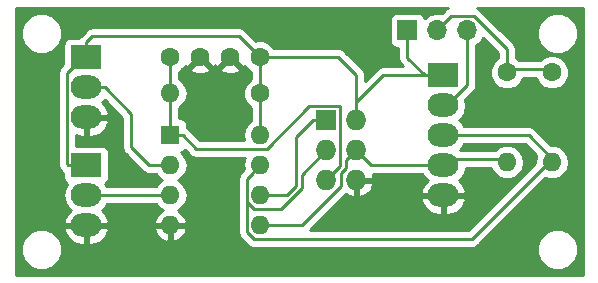
<source format=gbr>
G04 #@! TF.GenerationSoftware,KiCad,Pcbnew,(5.0.0)*
G04 #@! TF.CreationDate,2018-09-26T11:49:41+02:00*
G04 #@! TF.ProjectId,TinyADC,54696E794144432E6B696361645F7063,rev?*
G04 #@! TF.SameCoordinates,Original*
G04 #@! TF.FileFunction,Copper,L1,Top,Signal*
G04 #@! TF.FilePolarity,Positive*
%FSLAX46Y46*%
G04 Gerber Fmt 4.6, Leading zero omitted, Abs format (unit mm)*
G04 Created by KiCad (PCBNEW (5.0.0)) date 09/26/18 11:49:41*
%MOMM*%
%LPD*%
G01*
G04 APERTURE LIST*
G04 #@! TA.AperFunction,ComponentPad*
%ADD10R,1.727200X1.727200*%
G04 #@! TD*
G04 #@! TA.AperFunction,ComponentPad*
%ADD11O,1.727200X1.727200*%
G04 #@! TD*
G04 #@! TA.AperFunction,ComponentPad*
%ADD12C,1.600000*%
G04 #@! TD*
G04 #@! TA.AperFunction,ComponentPad*
%ADD13R,2.600000X2.000000*%
G04 #@! TD*
G04 #@! TA.AperFunction,ComponentPad*
%ADD14O,2.600000X2.000000*%
G04 #@! TD*
G04 #@! TA.AperFunction,ComponentPad*
%ADD15O,1.600000X1.600000*%
G04 #@! TD*
G04 #@! TA.AperFunction,ComponentPad*
%ADD16R,1.600000X1.600000*%
G04 #@! TD*
G04 #@! TA.AperFunction,ComponentPad*
%ADD17R,1.700000X1.700000*%
G04 #@! TD*
G04 #@! TA.AperFunction,ComponentPad*
%ADD18O,1.700000X1.700000*%
G04 #@! TD*
G04 #@! TA.AperFunction,Conductor*
%ADD19C,0.250000*%
G04 #@! TD*
G04 #@! TA.AperFunction,Conductor*
%ADD20C,0.254000*%
G04 #@! TD*
G04 APERTURE END LIST*
D10*
G04 #@! TO.P,J5,1*
G04 #@! TO.N,/MISO*
X143256000Y-108712000D03*
D11*
G04 #@! TO.P,J5,2*
G04 #@! TO.N,VCC*
X145796000Y-108712000D03*
G04 #@! TO.P,J5,3*
G04 #@! TO.N,/SCL*
X143256000Y-111252000D03*
G04 #@! TO.P,J5,4*
G04 #@! TO.N,/SDA*
X145796000Y-111252000D03*
G04 #@! TO.P,J5,5*
G04 #@! TO.N,/RESET*
X143256000Y-113792000D03*
G04 #@! TO.P,J5,6*
G04 #@! TO.N,GND*
X145796000Y-113792000D03*
G04 #@! TD*
D12*
G04 #@! TO.P,C1,1*
G04 #@! TO.N,VCC*
X137628000Y-103378000D03*
G04 #@! TO.P,C1,2*
G04 #@! TO.N,GND*
X135128000Y-103378000D03*
G04 #@! TD*
G04 #@! TO.P,C2,2*
G04 #@! TO.N,GND*
X132548000Y-103378000D03*
G04 #@! TO.P,C2,1*
G04 #@! TO.N,/RESET*
X130048000Y-103378000D03*
G04 #@! TD*
D13*
G04 #@! TO.P,J2,1*
G04 #@! TO.N,VCC*
X153162000Y-104902000D03*
D14*
G04 #@! TO.P,J2,2*
G04 #@! TO.N,+3V3*
X153162000Y-107442000D03*
G04 #@! TO.P,J2,3*
G04 #@! TO.N,/SCL*
X153162000Y-109982000D03*
G04 #@! TO.P,J2,4*
G04 #@! TO.N,/SDA*
X153162000Y-112522000D03*
G04 #@! TO.P,J2,5*
G04 #@! TO.N,GND*
X153162000Y-115062000D03*
G04 #@! TD*
D13*
G04 #@! TO.P,J3,1*
G04 #@! TO.N,VCC*
X122936000Y-112522000D03*
D14*
G04 #@! TO.P,J3,2*
G04 #@! TO.N,/ADC2*
X122936000Y-115062000D03*
G04 #@! TO.P,J3,3*
G04 #@! TO.N,GND*
X122936000Y-117602000D03*
G04 #@! TD*
G04 #@! TO.P,J4,3*
G04 #@! TO.N,GND*
X122936000Y-108458000D03*
G04 #@! TO.P,J4,2*
G04 #@! TO.N,/ADC3*
X122936000Y-105918000D03*
D13*
G04 #@! TO.P,J4,1*
G04 #@! TO.N,VCC*
X122936000Y-103378000D03*
G04 #@! TD*
D15*
G04 #@! TO.P,R1,2*
G04 #@! TO.N,/SCL*
X162366672Y-112268000D03*
D12*
G04 #@! TO.P,R1,1*
G04 #@! TO.N,Net-(J1-Pad2)*
X162366672Y-104648000D03*
G04 #@! TD*
G04 #@! TO.P,R2,1*
G04 #@! TO.N,Net-(J1-Pad2)*
X158556672Y-104648000D03*
D15*
G04 #@! TO.P,R2,2*
G04 #@! TO.N,/SDA*
X158556672Y-112268000D03*
G04 #@! TD*
D12*
G04 #@! TO.P,R3,1*
G04 #@! TO.N,VCC*
X137668000Y-106426000D03*
D15*
G04 #@! TO.P,R3,2*
G04 #@! TO.N,/RESET*
X130048000Y-106426000D03*
G04 #@! TD*
D16*
G04 #@! TO.P,U1,1*
G04 #@! TO.N,/RESET*
X130048000Y-109982000D03*
D15*
G04 #@! TO.P,U1,5*
G04 #@! TO.N,/SDA*
X137668000Y-117602000D03*
G04 #@! TO.P,U1,2*
G04 #@! TO.N,/ADC3*
X130048000Y-112522000D03*
G04 #@! TO.P,U1,6*
G04 #@! TO.N,/MISO*
X137668000Y-115062000D03*
G04 #@! TO.P,U1,3*
G04 #@! TO.N,/ADC2*
X130048000Y-115062000D03*
G04 #@! TO.P,U1,7*
G04 #@! TO.N,/SCL*
X137668000Y-112522000D03*
G04 #@! TO.P,U1,4*
G04 #@! TO.N,GND*
X130048000Y-117602000D03*
G04 #@! TO.P,U1,8*
G04 #@! TO.N,VCC*
X137668000Y-109982000D03*
G04 #@! TD*
D17*
G04 #@! TO.P,J1,1*
G04 #@! TO.N,VCC*
X150114000Y-101092000D03*
D18*
G04 #@! TO.P,J1,2*
G04 #@! TO.N,Net-(J1-Pad2)*
X152654000Y-101092000D03*
G04 #@! TO.P,J1,3*
G04 #@! TO.N,+3V3*
X155194000Y-101092000D03*
G04 #@! TD*
D19*
G04 #@! TO.N,VCC*
X137668000Y-109982000D02*
X137668000Y-106426000D01*
X137628000Y-106386000D02*
X137668000Y-106426000D01*
X137628000Y-103378000D02*
X137628000Y-106386000D01*
X145796000Y-108712000D02*
X145796000Y-104902000D01*
X144272000Y-103378000D02*
X137628000Y-103378000D01*
X145796000Y-104902000D02*
X144272000Y-103378000D01*
X122936000Y-102128000D02*
X123464000Y-101600000D01*
X122936000Y-103378000D02*
X122936000Y-102128000D01*
X135850000Y-101600000D02*
X137628000Y-103378000D01*
X123464000Y-101600000D02*
X135850000Y-101600000D01*
X122636000Y-103378000D02*
X122936000Y-103378000D01*
X121310990Y-104703010D02*
X122636000Y-103378000D01*
X121310990Y-112446990D02*
X121310990Y-104703010D01*
X121386000Y-112522000D02*
X121310990Y-112446990D01*
X122936000Y-112522000D02*
X121386000Y-112522000D01*
X150114000Y-102192000D02*
X150114000Y-101092000D01*
X150114000Y-103404000D02*
X150114000Y-102192000D01*
X151612000Y-104902000D02*
X150114000Y-103404000D01*
X153162000Y-104902000D02*
X151612000Y-104902000D01*
X145796000Y-108712000D02*
X145796000Y-107188000D01*
X148082000Y-104902000D02*
X153162000Y-104902000D01*
X145796000Y-107188000D02*
X148082000Y-104902000D01*
G04 #@! TO.N,/RESET*
X130048000Y-103378000D02*
X130048000Y-106426000D01*
X130048000Y-109982000D02*
X130048000Y-106426000D01*
X131098000Y-109982000D02*
X130048000Y-109982000D01*
X132223001Y-111107001D02*
X131098000Y-109982000D01*
X138208001Y-111107001D02*
X132223001Y-111107001D01*
X141791603Y-107523399D02*
X138208001Y-111107001D01*
X144379601Y-107523399D02*
X141791603Y-107523399D01*
X144444601Y-107588399D02*
X144379601Y-107523399D01*
X144444601Y-112603399D02*
X144444601Y-107588399D01*
X143256000Y-113792000D02*
X144444601Y-112603399D01*
G04 #@! TO.N,Net-(J1-Pad2)*
X158556672Y-103212667D02*
X158556672Y-104344037D01*
X158556672Y-102715670D02*
X158556672Y-103212667D01*
X155758001Y-99916999D02*
X158556672Y-102715670D01*
X153829001Y-99916999D02*
X155758001Y-99916999D01*
X152654000Y-101092000D02*
X153829001Y-99916999D01*
X159688042Y-104344037D02*
X162366672Y-104344037D01*
X158556672Y-104344037D02*
X159688042Y-104344037D01*
G04 #@! TO.N,+3V3*
X155194000Y-102294081D02*
X155194000Y-101092000D01*
X155194000Y-105710000D02*
X155194000Y-102294081D01*
X153462000Y-107442000D02*
X155194000Y-105710000D01*
X153162000Y-107442000D02*
X153462000Y-107442000D01*
G04 #@! TO.N,/SCL*
X136542999Y-115602001D02*
X136542999Y-113647001D01*
X137127999Y-116187001D02*
X136542999Y-115602001D01*
X139465409Y-116187001D02*
X137127999Y-116187001D01*
X141166009Y-114486401D02*
X139465409Y-116187001D01*
X141166010Y-113341990D02*
X141166009Y-114486401D01*
X143256000Y-111252000D02*
X141166010Y-113341990D01*
X136868001Y-113321999D02*
X137668000Y-112522000D01*
X136542999Y-113647001D02*
X136868001Y-113321999D01*
X136542999Y-118142001D02*
X136542999Y-113647001D01*
X137127999Y-118727001D02*
X136542999Y-118142001D01*
X162366672Y-111964037D02*
X155603708Y-118727001D01*
X155603708Y-118727001D02*
X137127999Y-118727001D01*
X160384635Y-109982000D02*
X162366672Y-111964037D01*
X153162000Y-109982000D02*
X160384635Y-109982000D01*
G04 #@! TO.N,/SDA*
X137668000Y-117602000D02*
X138799370Y-117602000D01*
X144932401Y-112115599D02*
X145796000Y-111252000D01*
X144932401Y-112752009D02*
X144932401Y-112115599D01*
X144526000Y-113158410D02*
X144932401Y-112752009D01*
X144526000Y-114281130D02*
X144526000Y-113158410D01*
X141205130Y-117602000D02*
X144526000Y-114281130D01*
X137668000Y-117602000D02*
X141205130Y-117602000D01*
X147066000Y-112522000D02*
X153162000Y-112522000D01*
X145796000Y-111252000D02*
X147066000Y-112522000D01*
X153719963Y-111964037D02*
X153162000Y-112522000D01*
X158556672Y-111964037D02*
X153719963Y-111964037D01*
G04 #@! TO.N,/ADC2*
X124486000Y-115062000D02*
X130048000Y-115062000D01*
X122936000Y-115062000D02*
X124486000Y-115062000D01*
G04 #@! TO.N,/ADC3*
X128270000Y-112522000D02*
X130048000Y-112522000D01*
X126746000Y-110998000D02*
X128270000Y-112522000D01*
X126746000Y-108178000D02*
X126746000Y-110998000D01*
X122936000Y-105918000D02*
X124486000Y-105918000D01*
X124486000Y-105918000D02*
X126746000Y-108178000D01*
G04 #@! TO.N,/MISO*
X142142400Y-108712000D02*
X140716000Y-110138400D01*
X143256000Y-108712000D02*
X142142400Y-108712000D01*
X140716000Y-110138400D02*
X140716000Y-114300000D01*
X139954000Y-115062000D02*
X137668000Y-115062000D01*
X140716000Y-114300000D02*
X139954000Y-115062000D01*
G04 #@! TD*
D20*
G04 #@! TO.N,GND*
G36*
X153532464Y-99201095D02*
X153532462Y-99201096D01*
X153532463Y-99201096D01*
X153344527Y-99326670D01*
X153344525Y-99326672D01*
X153281072Y-99369070D01*
X153238674Y-99432523D01*
X153020407Y-99650791D01*
X152800256Y-99607000D01*
X152507744Y-99607000D01*
X152074582Y-99693161D01*
X151583375Y-100021375D01*
X151571184Y-100039619D01*
X151562157Y-99994235D01*
X151421809Y-99784191D01*
X151211765Y-99643843D01*
X150964000Y-99594560D01*
X149264000Y-99594560D01*
X149016235Y-99643843D01*
X148806191Y-99784191D01*
X148665843Y-99994235D01*
X148616560Y-100242000D01*
X148616560Y-101942000D01*
X148665843Y-102189765D01*
X148806191Y-102399809D01*
X149016235Y-102540157D01*
X149264000Y-102589440D01*
X149354001Y-102589440D01*
X149354000Y-103329153D01*
X149339112Y-103404000D01*
X149354000Y-103478847D01*
X149354000Y-103478851D01*
X149398096Y-103700536D01*
X149566071Y-103951929D01*
X149629530Y-103994331D01*
X149777199Y-104142000D01*
X148156846Y-104142000D01*
X148081999Y-104127112D01*
X148007152Y-104142000D01*
X148007148Y-104142000D01*
X147785463Y-104186096D01*
X147534071Y-104354071D01*
X147491672Y-104417526D01*
X146556000Y-105353198D01*
X146556000Y-104976846D01*
X146570888Y-104901999D01*
X146556000Y-104827152D01*
X146556000Y-104827148D01*
X146511904Y-104605463D01*
X146470102Y-104542902D01*
X146386329Y-104417526D01*
X146386327Y-104417524D01*
X146343929Y-104354071D01*
X146280476Y-104311673D01*
X144862331Y-102893530D01*
X144819929Y-102830071D01*
X144568537Y-102662096D01*
X144346852Y-102618000D01*
X144346847Y-102618000D01*
X144272000Y-102603112D01*
X144197153Y-102618000D01*
X138866430Y-102618000D01*
X138844534Y-102565138D01*
X138440862Y-102161466D01*
X137913439Y-101943000D01*
X137342561Y-101943000D01*
X137289698Y-101964897D01*
X136440331Y-101115530D01*
X136397929Y-101052071D01*
X136146537Y-100884096D01*
X135924852Y-100840000D01*
X135924847Y-100840000D01*
X135850000Y-100825112D01*
X135775153Y-100840000D01*
X123538848Y-100840000D01*
X123464000Y-100825112D01*
X123389152Y-100840000D01*
X123389148Y-100840000D01*
X123215605Y-100874520D01*
X123167462Y-100884096D01*
X122992673Y-101000887D01*
X122916071Y-101052071D01*
X122873671Y-101115528D01*
X122451528Y-101537671D01*
X122388072Y-101580071D01*
X122345672Y-101643527D01*
X122345671Y-101643528D01*
X122287518Y-101730560D01*
X121636000Y-101730560D01*
X121388235Y-101779843D01*
X121178191Y-101920191D01*
X121037843Y-102130235D01*
X120988560Y-102378000D01*
X120988560Y-103950639D01*
X120826518Y-104112681D01*
X120763062Y-104155081D01*
X120720662Y-104218537D01*
X120720661Y-104218538D01*
X120595087Y-104406473D01*
X120536102Y-104703010D01*
X120550991Y-104777862D01*
X120550990Y-112372143D01*
X120536102Y-112446990D01*
X120550990Y-112521837D01*
X120550990Y-112521841D01*
X120595086Y-112743526D01*
X120763061Y-112994919D01*
X120808026Y-113024964D01*
X120838071Y-113069929D01*
X120988560Y-113170483D01*
X120988560Y-113522000D01*
X121037843Y-113769765D01*
X121178191Y-113979809D01*
X121326489Y-114078900D01*
X121095864Y-114424055D01*
X120968969Y-115062000D01*
X121095864Y-115699945D01*
X121457231Y-116240769D01*
X121623629Y-116351952D01*
X121390078Y-116535683D01*
X121076856Y-117093645D01*
X121045876Y-117221566D01*
X121165223Y-117475000D01*
X122809000Y-117475000D01*
X122809000Y-117455000D01*
X123063000Y-117455000D01*
X123063000Y-117475000D01*
X124706777Y-117475000D01*
X124826124Y-117221566D01*
X124795144Y-117093645D01*
X124481922Y-116535683D01*
X124248371Y-116351952D01*
X124414769Y-116240769D01*
X124694581Y-115822000D01*
X128829957Y-115822000D01*
X129013423Y-116096577D01*
X129397108Y-116352947D01*
X129192866Y-116449611D01*
X128816959Y-116864577D01*
X128656096Y-117252961D01*
X128778085Y-117475000D01*
X129921000Y-117475000D01*
X129921000Y-117455000D01*
X130175000Y-117455000D01*
X130175000Y-117475000D01*
X131317915Y-117475000D01*
X131439904Y-117252961D01*
X131279041Y-116864577D01*
X130903134Y-116449611D01*
X130698892Y-116352947D01*
X131082577Y-116096577D01*
X131399740Y-115621909D01*
X131511113Y-115062000D01*
X131399740Y-114502091D01*
X131082577Y-114027423D01*
X130730242Y-113792000D01*
X131082577Y-113556577D01*
X131399740Y-113081909D01*
X131511113Y-112522000D01*
X131399740Y-111962091D01*
X131082577Y-111487423D01*
X130961894Y-111406785D01*
X131095765Y-111380157D01*
X131290942Y-111249743D01*
X131632672Y-111591474D01*
X131675072Y-111654930D01*
X131738528Y-111697330D01*
X131926463Y-111822905D01*
X131954647Y-111828511D01*
X132148149Y-111867001D01*
X132148153Y-111867001D01*
X132223001Y-111881889D01*
X132297849Y-111867001D01*
X136379797Y-111867001D01*
X136316260Y-111962091D01*
X136204887Y-112522000D01*
X136269312Y-112845887D01*
X136058527Y-113056672D01*
X135995071Y-113099072D01*
X135952671Y-113162528D01*
X135952670Y-113162529D01*
X135827096Y-113350464D01*
X135768111Y-113647001D01*
X135783000Y-113721853D01*
X135782999Y-115527154D01*
X135768111Y-115602001D01*
X135782999Y-115676848D01*
X135782999Y-115676852D01*
X135783000Y-115676855D01*
X135782999Y-118067154D01*
X135768111Y-118142001D01*
X135782999Y-118216848D01*
X135782999Y-118216852D01*
X135827095Y-118438537D01*
X135995070Y-118689930D01*
X136058529Y-118732332D01*
X136537670Y-119211474D01*
X136580070Y-119274930D01*
X136831462Y-119442905D01*
X137053147Y-119487001D01*
X137053152Y-119487001D01*
X137127999Y-119501889D01*
X137202846Y-119487001D01*
X155528861Y-119487001D01*
X155603708Y-119501889D01*
X155678555Y-119487001D01*
X155678560Y-119487001D01*
X155900245Y-119442905D01*
X156130748Y-119288887D01*
X161079000Y-119288887D01*
X161079000Y-119979113D01*
X161343138Y-120616799D01*
X161831201Y-121104862D01*
X162468887Y-121369000D01*
X163159113Y-121369000D01*
X163796799Y-121104862D01*
X164284862Y-120616799D01*
X164549000Y-119979113D01*
X164549000Y-119288887D01*
X164284862Y-118651201D01*
X163796799Y-118163138D01*
X163159113Y-117899000D01*
X162468887Y-117899000D01*
X161831201Y-118163138D01*
X161343138Y-118651201D01*
X161079000Y-119288887D01*
X156130748Y-119288887D01*
X156151637Y-119274930D01*
X156194039Y-119211471D01*
X161794180Y-113611332D01*
X161806763Y-113619740D01*
X162225339Y-113703000D01*
X162508005Y-113703000D01*
X162926581Y-113619740D01*
X163401249Y-113302577D01*
X163718412Y-112827909D01*
X163829785Y-112268000D01*
X163718412Y-111708091D01*
X163401249Y-111233423D01*
X162926581Y-110916260D01*
X162508005Y-110833000D01*
X162310437Y-110833000D01*
X160974966Y-109497530D01*
X160932564Y-109434071D01*
X160681172Y-109266096D01*
X160459487Y-109222000D01*
X160459482Y-109222000D01*
X160384635Y-109207112D01*
X160309788Y-109222000D01*
X154920581Y-109222000D01*
X154640769Y-108803231D01*
X154504232Y-108712000D01*
X154640769Y-108620769D01*
X155002136Y-108079945D01*
X155129031Y-107442000D01*
X155030774Y-106948028D01*
X155678473Y-106300329D01*
X155741929Y-106257929D01*
X155909904Y-106006537D01*
X155954000Y-105784852D01*
X155954000Y-105784847D01*
X155968888Y-105710000D01*
X155954000Y-105635153D01*
X155954000Y-102370178D01*
X156264625Y-102162625D01*
X156530666Y-101764466D01*
X157796672Y-103030473D01*
X157796672Y-103409570D01*
X157743810Y-103431466D01*
X157340138Y-103835138D01*
X157121672Y-104362561D01*
X157121672Y-104933439D01*
X157340138Y-105460862D01*
X157743810Y-105864534D01*
X158271233Y-106083000D01*
X158842111Y-106083000D01*
X159369534Y-105864534D01*
X159773206Y-105460862D01*
X159921008Y-105104037D01*
X161002336Y-105104037D01*
X161150138Y-105460862D01*
X161553810Y-105864534D01*
X162081233Y-106083000D01*
X162652111Y-106083000D01*
X163179534Y-105864534D01*
X163583206Y-105460862D01*
X163801672Y-104933439D01*
X163801672Y-104362561D01*
X163583206Y-103835138D01*
X163179534Y-103431466D01*
X162652111Y-103213000D01*
X162081233Y-103213000D01*
X161553810Y-103431466D01*
X161401239Y-103584037D01*
X159522105Y-103584037D01*
X159369534Y-103431466D01*
X159316672Y-103409570D01*
X159316672Y-102790516D01*
X159331560Y-102715669D01*
X159316672Y-102640822D01*
X159316672Y-102640818D01*
X159272576Y-102419133D01*
X159212217Y-102328799D01*
X159147001Y-102231196D01*
X159146999Y-102231194D01*
X159104601Y-102167741D01*
X159041148Y-102125343D01*
X157916692Y-101000887D01*
X161079000Y-101000887D01*
X161079000Y-101691113D01*
X161343138Y-102328799D01*
X161831201Y-102816862D01*
X162468887Y-103081000D01*
X163159113Y-103081000D01*
X163796799Y-102816862D01*
X164284862Y-102328799D01*
X164549000Y-101691113D01*
X164549000Y-101000887D01*
X164284862Y-100363201D01*
X163796799Y-99875138D01*
X163159113Y-99611000D01*
X162468887Y-99611000D01*
X161831201Y-99875138D01*
X161343138Y-100363201D01*
X161079000Y-101000887D01*
X157916692Y-101000887D01*
X156348332Y-99432529D01*
X156305930Y-99369070D01*
X156054538Y-99201095D01*
X155983678Y-99187000D01*
X164973000Y-99187000D01*
X164973000Y-121793000D01*
X116967000Y-121793000D01*
X116967000Y-119288887D01*
X117391000Y-119288887D01*
X117391000Y-119979113D01*
X117655138Y-120616799D01*
X118143201Y-121104862D01*
X118780887Y-121369000D01*
X119471113Y-121369000D01*
X120108799Y-121104862D01*
X120596862Y-120616799D01*
X120861000Y-119979113D01*
X120861000Y-119288887D01*
X120596862Y-118651201D01*
X120108799Y-118163138D01*
X119672541Y-117982434D01*
X121045876Y-117982434D01*
X121076856Y-118110355D01*
X121390078Y-118668317D01*
X121892980Y-119063942D01*
X122509000Y-119237000D01*
X122809000Y-119237000D01*
X122809000Y-117729000D01*
X123063000Y-117729000D01*
X123063000Y-119237000D01*
X123363000Y-119237000D01*
X123979020Y-119063942D01*
X124481922Y-118668317D01*
X124795144Y-118110355D01*
X124826124Y-117982434D01*
X124811340Y-117951039D01*
X128656096Y-117951039D01*
X128816959Y-118339423D01*
X129192866Y-118754389D01*
X129698959Y-118993914D01*
X129921000Y-118872629D01*
X129921000Y-117729000D01*
X130175000Y-117729000D01*
X130175000Y-118872629D01*
X130397041Y-118993914D01*
X130903134Y-118754389D01*
X131279041Y-118339423D01*
X131439904Y-117951039D01*
X131317915Y-117729000D01*
X130175000Y-117729000D01*
X129921000Y-117729000D01*
X128778085Y-117729000D01*
X128656096Y-117951039D01*
X124811340Y-117951039D01*
X124706777Y-117729000D01*
X123063000Y-117729000D01*
X122809000Y-117729000D01*
X121165223Y-117729000D01*
X121045876Y-117982434D01*
X119672541Y-117982434D01*
X119471113Y-117899000D01*
X118780887Y-117899000D01*
X118143201Y-118163138D01*
X117655138Y-118651201D01*
X117391000Y-119288887D01*
X116967000Y-119288887D01*
X116967000Y-101000887D01*
X117391000Y-101000887D01*
X117391000Y-101691113D01*
X117655138Y-102328799D01*
X118143201Y-102816862D01*
X118780887Y-103081000D01*
X119471113Y-103081000D01*
X120108799Y-102816862D01*
X120596862Y-102328799D01*
X120861000Y-101691113D01*
X120861000Y-101000887D01*
X120596862Y-100363201D01*
X120108799Y-99875138D01*
X119471113Y-99611000D01*
X118780887Y-99611000D01*
X118143201Y-99875138D01*
X117655138Y-100363201D01*
X117391000Y-101000887D01*
X116967000Y-101000887D01*
X116967000Y-99187000D01*
X153603324Y-99187000D01*
X153532464Y-99201095D01*
X153532464Y-99201095D01*
G37*
X153532464Y-99201095D02*
X153532462Y-99201096D01*
X153532463Y-99201096D01*
X153344527Y-99326670D01*
X153344525Y-99326672D01*
X153281072Y-99369070D01*
X153238674Y-99432523D01*
X153020407Y-99650791D01*
X152800256Y-99607000D01*
X152507744Y-99607000D01*
X152074582Y-99693161D01*
X151583375Y-100021375D01*
X151571184Y-100039619D01*
X151562157Y-99994235D01*
X151421809Y-99784191D01*
X151211765Y-99643843D01*
X150964000Y-99594560D01*
X149264000Y-99594560D01*
X149016235Y-99643843D01*
X148806191Y-99784191D01*
X148665843Y-99994235D01*
X148616560Y-100242000D01*
X148616560Y-101942000D01*
X148665843Y-102189765D01*
X148806191Y-102399809D01*
X149016235Y-102540157D01*
X149264000Y-102589440D01*
X149354001Y-102589440D01*
X149354000Y-103329153D01*
X149339112Y-103404000D01*
X149354000Y-103478847D01*
X149354000Y-103478851D01*
X149398096Y-103700536D01*
X149566071Y-103951929D01*
X149629530Y-103994331D01*
X149777199Y-104142000D01*
X148156846Y-104142000D01*
X148081999Y-104127112D01*
X148007152Y-104142000D01*
X148007148Y-104142000D01*
X147785463Y-104186096D01*
X147534071Y-104354071D01*
X147491672Y-104417526D01*
X146556000Y-105353198D01*
X146556000Y-104976846D01*
X146570888Y-104901999D01*
X146556000Y-104827152D01*
X146556000Y-104827148D01*
X146511904Y-104605463D01*
X146470102Y-104542902D01*
X146386329Y-104417526D01*
X146386327Y-104417524D01*
X146343929Y-104354071D01*
X146280476Y-104311673D01*
X144862331Y-102893530D01*
X144819929Y-102830071D01*
X144568537Y-102662096D01*
X144346852Y-102618000D01*
X144346847Y-102618000D01*
X144272000Y-102603112D01*
X144197153Y-102618000D01*
X138866430Y-102618000D01*
X138844534Y-102565138D01*
X138440862Y-102161466D01*
X137913439Y-101943000D01*
X137342561Y-101943000D01*
X137289698Y-101964897D01*
X136440331Y-101115530D01*
X136397929Y-101052071D01*
X136146537Y-100884096D01*
X135924852Y-100840000D01*
X135924847Y-100840000D01*
X135850000Y-100825112D01*
X135775153Y-100840000D01*
X123538848Y-100840000D01*
X123464000Y-100825112D01*
X123389152Y-100840000D01*
X123389148Y-100840000D01*
X123215605Y-100874520D01*
X123167462Y-100884096D01*
X122992673Y-101000887D01*
X122916071Y-101052071D01*
X122873671Y-101115528D01*
X122451528Y-101537671D01*
X122388072Y-101580071D01*
X122345672Y-101643527D01*
X122345671Y-101643528D01*
X122287518Y-101730560D01*
X121636000Y-101730560D01*
X121388235Y-101779843D01*
X121178191Y-101920191D01*
X121037843Y-102130235D01*
X120988560Y-102378000D01*
X120988560Y-103950639D01*
X120826518Y-104112681D01*
X120763062Y-104155081D01*
X120720662Y-104218537D01*
X120720661Y-104218538D01*
X120595087Y-104406473D01*
X120536102Y-104703010D01*
X120550991Y-104777862D01*
X120550990Y-112372143D01*
X120536102Y-112446990D01*
X120550990Y-112521837D01*
X120550990Y-112521841D01*
X120595086Y-112743526D01*
X120763061Y-112994919D01*
X120808026Y-113024964D01*
X120838071Y-113069929D01*
X120988560Y-113170483D01*
X120988560Y-113522000D01*
X121037843Y-113769765D01*
X121178191Y-113979809D01*
X121326489Y-114078900D01*
X121095864Y-114424055D01*
X120968969Y-115062000D01*
X121095864Y-115699945D01*
X121457231Y-116240769D01*
X121623629Y-116351952D01*
X121390078Y-116535683D01*
X121076856Y-117093645D01*
X121045876Y-117221566D01*
X121165223Y-117475000D01*
X122809000Y-117475000D01*
X122809000Y-117455000D01*
X123063000Y-117455000D01*
X123063000Y-117475000D01*
X124706777Y-117475000D01*
X124826124Y-117221566D01*
X124795144Y-117093645D01*
X124481922Y-116535683D01*
X124248371Y-116351952D01*
X124414769Y-116240769D01*
X124694581Y-115822000D01*
X128829957Y-115822000D01*
X129013423Y-116096577D01*
X129397108Y-116352947D01*
X129192866Y-116449611D01*
X128816959Y-116864577D01*
X128656096Y-117252961D01*
X128778085Y-117475000D01*
X129921000Y-117475000D01*
X129921000Y-117455000D01*
X130175000Y-117455000D01*
X130175000Y-117475000D01*
X131317915Y-117475000D01*
X131439904Y-117252961D01*
X131279041Y-116864577D01*
X130903134Y-116449611D01*
X130698892Y-116352947D01*
X131082577Y-116096577D01*
X131399740Y-115621909D01*
X131511113Y-115062000D01*
X131399740Y-114502091D01*
X131082577Y-114027423D01*
X130730242Y-113792000D01*
X131082577Y-113556577D01*
X131399740Y-113081909D01*
X131511113Y-112522000D01*
X131399740Y-111962091D01*
X131082577Y-111487423D01*
X130961894Y-111406785D01*
X131095765Y-111380157D01*
X131290942Y-111249743D01*
X131632672Y-111591474D01*
X131675072Y-111654930D01*
X131738528Y-111697330D01*
X131926463Y-111822905D01*
X131954647Y-111828511D01*
X132148149Y-111867001D01*
X132148153Y-111867001D01*
X132223001Y-111881889D01*
X132297849Y-111867001D01*
X136379797Y-111867001D01*
X136316260Y-111962091D01*
X136204887Y-112522000D01*
X136269312Y-112845887D01*
X136058527Y-113056672D01*
X135995071Y-113099072D01*
X135952671Y-113162528D01*
X135952670Y-113162529D01*
X135827096Y-113350464D01*
X135768111Y-113647001D01*
X135783000Y-113721853D01*
X135782999Y-115527154D01*
X135768111Y-115602001D01*
X135782999Y-115676848D01*
X135782999Y-115676852D01*
X135783000Y-115676855D01*
X135782999Y-118067154D01*
X135768111Y-118142001D01*
X135782999Y-118216848D01*
X135782999Y-118216852D01*
X135827095Y-118438537D01*
X135995070Y-118689930D01*
X136058529Y-118732332D01*
X136537670Y-119211474D01*
X136580070Y-119274930D01*
X136831462Y-119442905D01*
X137053147Y-119487001D01*
X137053152Y-119487001D01*
X137127999Y-119501889D01*
X137202846Y-119487001D01*
X155528861Y-119487001D01*
X155603708Y-119501889D01*
X155678555Y-119487001D01*
X155678560Y-119487001D01*
X155900245Y-119442905D01*
X156130748Y-119288887D01*
X161079000Y-119288887D01*
X161079000Y-119979113D01*
X161343138Y-120616799D01*
X161831201Y-121104862D01*
X162468887Y-121369000D01*
X163159113Y-121369000D01*
X163796799Y-121104862D01*
X164284862Y-120616799D01*
X164549000Y-119979113D01*
X164549000Y-119288887D01*
X164284862Y-118651201D01*
X163796799Y-118163138D01*
X163159113Y-117899000D01*
X162468887Y-117899000D01*
X161831201Y-118163138D01*
X161343138Y-118651201D01*
X161079000Y-119288887D01*
X156130748Y-119288887D01*
X156151637Y-119274930D01*
X156194039Y-119211471D01*
X161794180Y-113611332D01*
X161806763Y-113619740D01*
X162225339Y-113703000D01*
X162508005Y-113703000D01*
X162926581Y-113619740D01*
X163401249Y-113302577D01*
X163718412Y-112827909D01*
X163829785Y-112268000D01*
X163718412Y-111708091D01*
X163401249Y-111233423D01*
X162926581Y-110916260D01*
X162508005Y-110833000D01*
X162310437Y-110833000D01*
X160974966Y-109497530D01*
X160932564Y-109434071D01*
X160681172Y-109266096D01*
X160459487Y-109222000D01*
X160459482Y-109222000D01*
X160384635Y-109207112D01*
X160309788Y-109222000D01*
X154920581Y-109222000D01*
X154640769Y-108803231D01*
X154504232Y-108712000D01*
X154640769Y-108620769D01*
X155002136Y-108079945D01*
X155129031Y-107442000D01*
X155030774Y-106948028D01*
X155678473Y-106300329D01*
X155741929Y-106257929D01*
X155909904Y-106006537D01*
X155954000Y-105784852D01*
X155954000Y-105784847D01*
X155968888Y-105710000D01*
X155954000Y-105635153D01*
X155954000Y-102370178D01*
X156264625Y-102162625D01*
X156530666Y-101764466D01*
X157796672Y-103030473D01*
X157796672Y-103409570D01*
X157743810Y-103431466D01*
X157340138Y-103835138D01*
X157121672Y-104362561D01*
X157121672Y-104933439D01*
X157340138Y-105460862D01*
X157743810Y-105864534D01*
X158271233Y-106083000D01*
X158842111Y-106083000D01*
X159369534Y-105864534D01*
X159773206Y-105460862D01*
X159921008Y-105104037D01*
X161002336Y-105104037D01*
X161150138Y-105460862D01*
X161553810Y-105864534D01*
X162081233Y-106083000D01*
X162652111Y-106083000D01*
X163179534Y-105864534D01*
X163583206Y-105460862D01*
X163801672Y-104933439D01*
X163801672Y-104362561D01*
X163583206Y-103835138D01*
X163179534Y-103431466D01*
X162652111Y-103213000D01*
X162081233Y-103213000D01*
X161553810Y-103431466D01*
X161401239Y-103584037D01*
X159522105Y-103584037D01*
X159369534Y-103431466D01*
X159316672Y-103409570D01*
X159316672Y-102790516D01*
X159331560Y-102715669D01*
X159316672Y-102640822D01*
X159316672Y-102640818D01*
X159272576Y-102419133D01*
X159212217Y-102328799D01*
X159147001Y-102231196D01*
X159146999Y-102231194D01*
X159104601Y-102167741D01*
X159041148Y-102125343D01*
X157916692Y-101000887D01*
X161079000Y-101000887D01*
X161079000Y-101691113D01*
X161343138Y-102328799D01*
X161831201Y-102816862D01*
X162468887Y-103081000D01*
X163159113Y-103081000D01*
X163796799Y-102816862D01*
X164284862Y-102328799D01*
X164549000Y-101691113D01*
X164549000Y-101000887D01*
X164284862Y-100363201D01*
X163796799Y-99875138D01*
X163159113Y-99611000D01*
X162468887Y-99611000D01*
X161831201Y-99875138D01*
X161343138Y-100363201D01*
X161079000Y-101000887D01*
X157916692Y-101000887D01*
X156348332Y-99432529D01*
X156305930Y-99369070D01*
X156054538Y-99201095D01*
X155983678Y-99187000D01*
X164973000Y-99187000D01*
X164973000Y-121793000D01*
X116967000Y-121793000D01*
X116967000Y-119288887D01*
X117391000Y-119288887D01*
X117391000Y-119979113D01*
X117655138Y-120616799D01*
X118143201Y-121104862D01*
X118780887Y-121369000D01*
X119471113Y-121369000D01*
X120108799Y-121104862D01*
X120596862Y-120616799D01*
X120861000Y-119979113D01*
X120861000Y-119288887D01*
X120596862Y-118651201D01*
X120108799Y-118163138D01*
X119672541Y-117982434D01*
X121045876Y-117982434D01*
X121076856Y-118110355D01*
X121390078Y-118668317D01*
X121892980Y-119063942D01*
X122509000Y-119237000D01*
X122809000Y-119237000D01*
X122809000Y-117729000D01*
X123063000Y-117729000D01*
X123063000Y-119237000D01*
X123363000Y-119237000D01*
X123979020Y-119063942D01*
X124481922Y-118668317D01*
X124795144Y-118110355D01*
X124826124Y-117982434D01*
X124811340Y-117951039D01*
X128656096Y-117951039D01*
X128816959Y-118339423D01*
X129192866Y-118754389D01*
X129698959Y-118993914D01*
X129921000Y-118872629D01*
X129921000Y-117729000D01*
X130175000Y-117729000D01*
X130175000Y-118872629D01*
X130397041Y-118993914D01*
X130903134Y-118754389D01*
X131279041Y-118339423D01*
X131439904Y-117951039D01*
X131317915Y-117729000D01*
X130175000Y-117729000D01*
X129921000Y-117729000D01*
X128778085Y-117729000D01*
X128656096Y-117951039D01*
X124811340Y-117951039D01*
X124706777Y-117729000D01*
X123063000Y-117729000D01*
X122809000Y-117729000D01*
X121165223Y-117729000D01*
X121045876Y-117982434D01*
X119672541Y-117982434D01*
X119471113Y-117899000D01*
X118780887Y-117899000D01*
X118143201Y-118163138D01*
X117655138Y-118651201D01*
X117391000Y-119288887D01*
X116967000Y-119288887D01*
X116967000Y-101000887D01*
X117391000Y-101000887D01*
X117391000Y-101691113D01*
X117655138Y-102328799D01*
X118143201Y-102816862D01*
X118780887Y-103081000D01*
X119471113Y-103081000D01*
X120108799Y-102816862D01*
X120596862Y-102328799D01*
X120861000Y-101691113D01*
X120861000Y-101000887D01*
X120596862Y-100363201D01*
X120108799Y-99875138D01*
X119471113Y-99611000D01*
X118780887Y-99611000D01*
X118143201Y-99875138D01*
X117655138Y-100363201D01*
X117391000Y-101000887D01*
X116967000Y-101000887D01*
X116967000Y-99187000D01*
X153603324Y-99187000D01*
X153532464Y-99201095D01*
G36*
X161023340Y-111695507D02*
X161014932Y-111708091D01*
X160903559Y-112268000D01*
X160917553Y-112338353D01*
X155288907Y-117967001D01*
X141914930Y-117967001D01*
X144439498Y-115442434D01*
X151271876Y-115442434D01*
X151302856Y-115570355D01*
X151616078Y-116128317D01*
X152118980Y-116523942D01*
X152735000Y-116697000D01*
X153035000Y-116697000D01*
X153035000Y-115189000D01*
X153289000Y-115189000D01*
X153289000Y-116697000D01*
X153589000Y-116697000D01*
X154205020Y-116523942D01*
X154707922Y-116128317D01*
X155021144Y-115570355D01*
X155052124Y-115442434D01*
X154932777Y-115189000D01*
X153289000Y-115189000D01*
X153035000Y-115189000D01*
X151391223Y-115189000D01*
X151271876Y-115442434D01*
X144439498Y-115442434D01*
X144909273Y-114972660D01*
X145021053Y-115074688D01*
X145436974Y-115246958D01*
X145669000Y-115125817D01*
X145669000Y-113919000D01*
X145923000Y-113919000D01*
X145923000Y-115125817D01*
X146155026Y-115246958D01*
X146570947Y-115074688D01*
X147002821Y-114680490D01*
X147250968Y-114151027D01*
X147130469Y-113919000D01*
X145923000Y-113919000D01*
X145669000Y-113919000D01*
X145649000Y-113919000D01*
X145649000Y-113665000D01*
X145669000Y-113665000D01*
X145669000Y-113645000D01*
X145923000Y-113645000D01*
X145923000Y-113665000D01*
X147130469Y-113665000D01*
X147250968Y-113432973D01*
X147180210Y-113282000D01*
X151403419Y-113282000D01*
X151683231Y-113700769D01*
X151849629Y-113811952D01*
X151616078Y-113995683D01*
X151302856Y-114553645D01*
X151271876Y-114681566D01*
X151391223Y-114935000D01*
X153035000Y-114935000D01*
X153035000Y-114915000D01*
X153289000Y-114915000D01*
X153289000Y-114935000D01*
X154932777Y-114935000D01*
X155052124Y-114681566D01*
X155021144Y-114553645D01*
X154707922Y-113995683D01*
X154474371Y-113811952D01*
X154640769Y-113700769D01*
X155002136Y-113159945D01*
X155088843Y-112724037D01*
X157184271Y-112724037D01*
X157204932Y-112827909D01*
X157522095Y-113302577D01*
X157996763Y-113619740D01*
X158415339Y-113703000D01*
X158698005Y-113703000D01*
X159116581Y-113619740D01*
X159591249Y-113302577D01*
X159908412Y-112827909D01*
X160019785Y-112268000D01*
X159908412Y-111708091D01*
X159591249Y-111233423D01*
X159116581Y-110916260D01*
X158698005Y-110833000D01*
X158415339Y-110833000D01*
X157996763Y-110916260D01*
X157566074Y-111204037D01*
X154576014Y-111204037D01*
X154640769Y-111160769D01*
X154920581Y-110742000D01*
X160069834Y-110742000D01*
X161023340Y-111695507D01*
X161023340Y-111695507D01*
G37*
X161023340Y-111695507D02*
X161014932Y-111708091D01*
X160903559Y-112268000D01*
X160917553Y-112338353D01*
X155288907Y-117967001D01*
X141914930Y-117967001D01*
X144439498Y-115442434D01*
X151271876Y-115442434D01*
X151302856Y-115570355D01*
X151616078Y-116128317D01*
X152118980Y-116523942D01*
X152735000Y-116697000D01*
X153035000Y-116697000D01*
X153035000Y-115189000D01*
X153289000Y-115189000D01*
X153289000Y-116697000D01*
X153589000Y-116697000D01*
X154205020Y-116523942D01*
X154707922Y-116128317D01*
X155021144Y-115570355D01*
X155052124Y-115442434D01*
X154932777Y-115189000D01*
X153289000Y-115189000D01*
X153035000Y-115189000D01*
X151391223Y-115189000D01*
X151271876Y-115442434D01*
X144439498Y-115442434D01*
X144909273Y-114972660D01*
X145021053Y-115074688D01*
X145436974Y-115246958D01*
X145669000Y-115125817D01*
X145669000Y-113919000D01*
X145923000Y-113919000D01*
X145923000Y-115125817D01*
X146155026Y-115246958D01*
X146570947Y-115074688D01*
X147002821Y-114680490D01*
X147250968Y-114151027D01*
X147130469Y-113919000D01*
X145923000Y-113919000D01*
X145669000Y-113919000D01*
X145649000Y-113919000D01*
X145649000Y-113665000D01*
X145669000Y-113665000D01*
X145669000Y-113645000D01*
X145923000Y-113645000D01*
X145923000Y-113665000D01*
X147130469Y-113665000D01*
X147250968Y-113432973D01*
X147180210Y-113282000D01*
X151403419Y-113282000D01*
X151683231Y-113700769D01*
X151849629Y-113811952D01*
X151616078Y-113995683D01*
X151302856Y-114553645D01*
X151271876Y-114681566D01*
X151391223Y-114935000D01*
X153035000Y-114935000D01*
X153035000Y-114915000D01*
X153289000Y-114915000D01*
X153289000Y-114935000D01*
X154932777Y-114935000D01*
X155052124Y-114681566D01*
X155021144Y-114553645D01*
X154707922Y-113995683D01*
X154474371Y-113811952D01*
X154640769Y-113700769D01*
X155002136Y-113159945D01*
X155088843Y-112724037D01*
X157184271Y-112724037D01*
X157204932Y-112827909D01*
X157522095Y-113302577D01*
X157996763Y-113619740D01*
X158415339Y-113703000D01*
X158698005Y-113703000D01*
X159116581Y-113619740D01*
X159591249Y-113302577D01*
X159908412Y-112827909D01*
X160019785Y-112268000D01*
X159908412Y-111708091D01*
X159591249Y-111233423D01*
X159116581Y-110916260D01*
X158698005Y-110833000D01*
X158415339Y-110833000D01*
X157996763Y-110916260D01*
X157566074Y-111204037D01*
X154576014Y-111204037D01*
X154640769Y-111160769D01*
X154920581Y-110742000D01*
X160069834Y-110742000D01*
X161023340Y-111695507D01*
G36*
X125986000Y-108492802D02*
X125986001Y-110923148D01*
X125971112Y-110998000D01*
X126030097Y-111294537D01*
X126087307Y-111380157D01*
X126198072Y-111545929D01*
X126261528Y-111588329D01*
X127679673Y-113006476D01*
X127722071Y-113069929D01*
X127785524Y-113112327D01*
X127785526Y-113112329D01*
X127910902Y-113196102D01*
X127973463Y-113237904D01*
X128195148Y-113282000D01*
X128195152Y-113282000D01*
X128269999Y-113296888D01*
X128344846Y-113282000D01*
X128829957Y-113282000D01*
X129013423Y-113556577D01*
X129365758Y-113792000D01*
X129013423Y-114027423D01*
X128829957Y-114302000D01*
X124694581Y-114302000D01*
X124545511Y-114078900D01*
X124693809Y-113979809D01*
X124834157Y-113769765D01*
X124883440Y-113522000D01*
X124883440Y-111522000D01*
X124834157Y-111274235D01*
X124693809Y-111064191D01*
X124483765Y-110923843D01*
X124236000Y-110874560D01*
X122070990Y-110874560D01*
X122070990Y-109969950D01*
X122509000Y-110093000D01*
X122809000Y-110093000D01*
X122809000Y-108585000D01*
X123063000Y-108585000D01*
X123063000Y-110093000D01*
X123363000Y-110093000D01*
X123979020Y-109919942D01*
X124481922Y-109524317D01*
X124795144Y-108966355D01*
X124826124Y-108838434D01*
X124706777Y-108585000D01*
X123063000Y-108585000D01*
X122809000Y-108585000D01*
X122789000Y-108585000D01*
X122789000Y-108331000D01*
X122809000Y-108331000D01*
X122809000Y-108311000D01*
X123063000Y-108311000D01*
X123063000Y-108331000D01*
X124706777Y-108331000D01*
X124826124Y-108077566D01*
X124795144Y-107949645D01*
X124481922Y-107391683D01*
X124248371Y-107207952D01*
X124414769Y-107096769D01*
X124484944Y-106991745D01*
X125986000Y-108492802D01*
X125986000Y-108492802D01*
G37*
X125986000Y-108492802D02*
X125986001Y-110923148D01*
X125971112Y-110998000D01*
X126030097Y-111294537D01*
X126087307Y-111380157D01*
X126198072Y-111545929D01*
X126261528Y-111588329D01*
X127679673Y-113006476D01*
X127722071Y-113069929D01*
X127785524Y-113112327D01*
X127785526Y-113112329D01*
X127910902Y-113196102D01*
X127973463Y-113237904D01*
X128195148Y-113282000D01*
X128195152Y-113282000D01*
X128269999Y-113296888D01*
X128344846Y-113282000D01*
X128829957Y-113282000D01*
X129013423Y-113556577D01*
X129365758Y-113792000D01*
X129013423Y-114027423D01*
X128829957Y-114302000D01*
X124694581Y-114302000D01*
X124545511Y-114078900D01*
X124693809Y-113979809D01*
X124834157Y-113769765D01*
X124883440Y-113522000D01*
X124883440Y-111522000D01*
X124834157Y-111274235D01*
X124693809Y-111064191D01*
X124483765Y-110923843D01*
X124236000Y-110874560D01*
X122070990Y-110874560D01*
X122070990Y-109969950D01*
X122509000Y-110093000D01*
X122809000Y-110093000D01*
X122809000Y-108585000D01*
X123063000Y-108585000D01*
X123063000Y-110093000D01*
X123363000Y-110093000D01*
X123979020Y-109919942D01*
X124481922Y-109524317D01*
X124795144Y-108966355D01*
X124826124Y-108838434D01*
X124706777Y-108585000D01*
X123063000Y-108585000D01*
X122809000Y-108585000D01*
X122789000Y-108585000D01*
X122789000Y-108331000D01*
X122809000Y-108331000D01*
X122809000Y-108311000D01*
X123063000Y-108311000D01*
X123063000Y-108331000D01*
X124706777Y-108331000D01*
X124826124Y-108077566D01*
X124795144Y-107949645D01*
X124481922Y-107391683D01*
X124248371Y-107207952D01*
X124414769Y-107096769D01*
X124484944Y-106991745D01*
X125986000Y-108492802D01*
G36*
X135321748Y-103363858D02*
X135307605Y-103378000D01*
X136135745Y-104206139D01*
X136381864Y-104132005D01*
X136384290Y-104125254D01*
X136411466Y-104190862D01*
X136815138Y-104594534D01*
X136868000Y-104616430D01*
X136868001Y-105204138D01*
X136855138Y-105209466D01*
X136451466Y-105613138D01*
X136233000Y-106140561D01*
X136233000Y-106711439D01*
X136451466Y-107238862D01*
X136855138Y-107642534D01*
X136908001Y-107664430D01*
X136908000Y-108763956D01*
X136633423Y-108947423D01*
X136316260Y-109422091D01*
X136204887Y-109982000D01*
X136277490Y-110347001D01*
X132537803Y-110347001D01*
X131688331Y-109497530D01*
X131645929Y-109434071D01*
X131495440Y-109333517D01*
X131495440Y-109182000D01*
X131446157Y-108934235D01*
X131305809Y-108724191D01*
X131095765Y-108583843D01*
X130848000Y-108534560D01*
X130808000Y-108534560D01*
X130808000Y-107644043D01*
X131082577Y-107460577D01*
X131399740Y-106985909D01*
X131511113Y-106426000D01*
X131399740Y-105866091D01*
X131082577Y-105391423D01*
X130808000Y-105207957D01*
X130808000Y-104616430D01*
X130860862Y-104594534D01*
X131069651Y-104385745D01*
X131719861Y-104385745D01*
X131793995Y-104631864D01*
X132331223Y-104824965D01*
X132901454Y-104797778D01*
X133302005Y-104631864D01*
X133376139Y-104385745D01*
X134299861Y-104385745D01*
X134373995Y-104631864D01*
X134911223Y-104824965D01*
X135481454Y-104797778D01*
X135882005Y-104631864D01*
X135956139Y-104385745D01*
X135128000Y-103557605D01*
X134299861Y-104385745D01*
X133376139Y-104385745D01*
X132548000Y-103557605D01*
X131719861Y-104385745D01*
X131069651Y-104385745D01*
X131264534Y-104190862D01*
X131291525Y-104125701D01*
X131294136Y-104132005D01*
X131540255Y-104206139D01*
X132368395Y-103378000D01*
X132354252Y-103363858D01*
X132533858Y-103184252D01*
X132548000Y-103198395D01*
X132562142Y-103184252D01*
X132741748Y-103363858D01*
X132727605Y-103378000D01*
X133555745Y-104206139D01*
X133801864Y-104132005D01*
X133835442Y-104038589D01*
X133874136Y-104132005D01*
X134120255Y-104206139D01*
X134948395Y-103378000D01*
X134934252Y-103363858D01*
X135113858Y-103184252D01*
X135128000Y-103198395D01*
X135142142Y-103184252D01*
X135321748Y-103363858D01*
X135321748Y-103363858D01*
G37*
X135321748Y-103363858D02*
X135307605Y-103378000D01*
X136135745Y-104206139D01*
X136381864Y-104132005D01*
X136384290Y-104125254D01*
X136411466Y-104190862D01*
X136815138Y-104594534D01*
X136868000Y-104616430D01*
X136868001Y-105204138D01*
X136855138Y-105209466D01*
X136451466Y-105613138D01*
X136233000Y-106140561D01*
X136233000Y-106711439D01*
X136451466Y-107238862D01*
X136855138Y-107642534D01*
X136908001Y-107664430D01*
X136908000Y-108763956D01*
X136633423Y-108947423D01*
X136316260Y-109422091D01*
X136204887Y-109982000D01*
X136277490Y-110347001D01*
X132537803Y-110347001D01*
X131688331Y-109497530D01*
X131645929Y-109434071D01*
X131495440Y-109333517D01*
X131495440Y-109182000D01*
X131446157Y-108934235D01*
X131305809Y-108724191D01*
X131095765Y-108583843D01*
X130848000Y-108534560D01*
X130808000Y-108534560D01*
X130808000Y-107644043D01*
X131082577Y-107460577D01*
X131399740Y-106985909D01*
X131511113Y-106426000D01*
X131399740Y-105866091D01*
X131082577Y-105391423D01*
X130808000Y-105207957D01*
X130808000Y-104616430D01*
X130860862Y-104594534D01*
X131069651Y-104385745D01*
X131719861Y-104385745D01*
X131793995Y-104631864D01*
X132331223Y-104824965D01*
X132901454Y-104797778D01*
X133302005Y-104631864D01*
X133376139Y-104385745D01*
X134299861Y-104385745D01*
X134373995Y-104631864D01*
X134911223Y-104824965D01*
X135481454Y-104797778D01*
X135882005Y-104631864D01*
X135956139Y-104385745D01*
X135128000Y-103557605D01*
X134299861Y-104385745D01*
X133376139Y-104385745D01*
X132548000Y-103557605D01*
X131719861Y-104385745D01*
X131069651Y-104385745D01*
X131264534Y-104190862D01*
X131291525Y-104125701D01*
X131294136Y-104132005D01*
X131540255Y-104206139D01*
X132368395Y-103378000D01*
X132354252Y-103363858D01*
X132533858Y-103184252D01*
X132548000Y-103198395D01*
X132562142Y-103184252D01*
X132741748Y-103363858D01*
X132727605Y-103378000D01*
X133555745Y-104206139D01*
X133801864Y-104132005D01*
X133835442Y-104038589D01*
X133874136Y-104132005D01*
X134120255Y-104206139D01*
X134948395Y-103378000D01*
X134934252Y-103363858D01*
X135113858Y-103184252D01*
X135128000Y-103198395D01*
X135142142Y-103184252D01*
X135321748Y-103363858D01*
G04 #@! TD*
M02*

</source>
